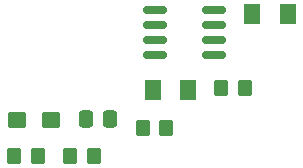
<source format=gbr>
%TF.GenerationSoftware,KiCad,Pcbnew,(6.0.10)*%
%TF.CreationDate,2023-02-17T09:19:46-08:00*%
%TF.ProjectId,exerciseII,65786572-6369-4736-9549-492e6b696361,rev?*%
%TF.SameCoordinates,Original*%
%TF.FileFunction,Paste,Top*%
%TF.FilePolarity,Positive*%
%FSLAX46Y46*%
G04 Gerber Fmt 4.6, Leading zero omitted, Abs format (unit mm)*
G04 Created by KiCad (PCBNEW (6.0.10)) date 2023-02-17 09:19:46*
%MOMM*%
%LPD*%
G01*
G04 APERTURE LIST*
G04 Aperture macros list*
%AMRoundRect*
0 Rectangle with rounded corners*
0 $1 Rounding radius*
0 $2 $3 $4 $5 $6 $7 $8 $9 X,Y pos of 4 corners*
0 Add a 4 corners polygon primitive as box body*
4,1,4,$2,$3,$4,$5,$6,$7,$8,$9,$2,$3,0*
0 Add four circle primitives for the rounded corners*
1,1,$1+$1,$2,$3*
1,1,$1+$1,$4,$5*
1,1,$1+$1,$6,$7*
1,1,$1+$1,$8,$9*
0 Add four rect primitives between the rounded corners*
20,1,$1+$1,$2,$3,$4,$5,0*
20,1,$1+$1,$4,$5,$6,$7,0*
20,1,$1+$1,$6,$7,$8,$9,0*
20,1,$1+$1,$8,$9,$2,$3,0*%
G04 Aperture macros list end*
%ADD10RoundRect,0.250001X-0.462499X-0.624999X0.462499X-0.624999X0.462499X0.624999X-0.462499X0.624999X0*%
%ADD11RoundRect,0.250000X-0.350000X-0.450000X0.350000X-0.450000X0.350000X0.450000X-0.350000X0.450000X0*%
%ADD12RoundRect,0.250000X0.350000X0.450000X-0.350000X0.450000X-0.350000X-0.450000X0.350000X-0.450000X0*%
%ADD13RoundRect,0.150000X-0.825000X-0.150000X0.825000X-0.150000X0.825000X0.150000X-0.825000X0.150000X0*%
%ADD14RoundRect,0.250000X0.337500X0.475000X-0.337500X0.475000X-0.337500X-0.475000X0.337500X-0.475000X0*%
%ADD15RoundRect,0.250000X-0.537500X-0.425000X0.537500X-0.425000X0.537500X0.425000X-0.537500X0.425000X0*%
G04 APERTURE END LIST*
D10*
%TO.C,D2*%
X43887500Y-21550000D03*
X46862500Y-21550000D03*
%TD*%
D11*
%TO.C,R1*%
X28480000Y-33530000D03*
X30480000Y-33530000D03*
%TD*%
D12*
%TO.C,R3*%
X43270000Y-27780000D03*
X41270000Y-27780000D03*
%TD*%
%TO.C,R4*%
X25730000Y-33530000D03*
X23730000Y-33530000D03*
%TD*%
D11*
%TO.C,R2*%
X34590000Y-31170000D03*
X36590000Y-31170000D03*
%TD*%
D13*
%TO.C,U1*%
X35655000Y-21175000D03*
X35655000Y-22445000D03*
X35655000Y-23715000D03*
X35655000Y-24985000D03*
X40605000Y-24985000D03*
X40605000Y-23715000D03*
X40605000Y-22445000D03*
X40605000Y-21175000D03*
%TD*%
D14*
%TO.C,C2*%
X31847500Y-30410000D03*
X29772500Y-30410000D03*
%TD*%
D10*
%TO.C,D1*%
X35437500Y-28000000D03*
X38412500Y-28000000D03*
%TD*%
D15*
%TO.C,C1*%
X23962500Y-30480000D03*
X26837500Y-30480000D03*
%TD*%
M02*

</source>
